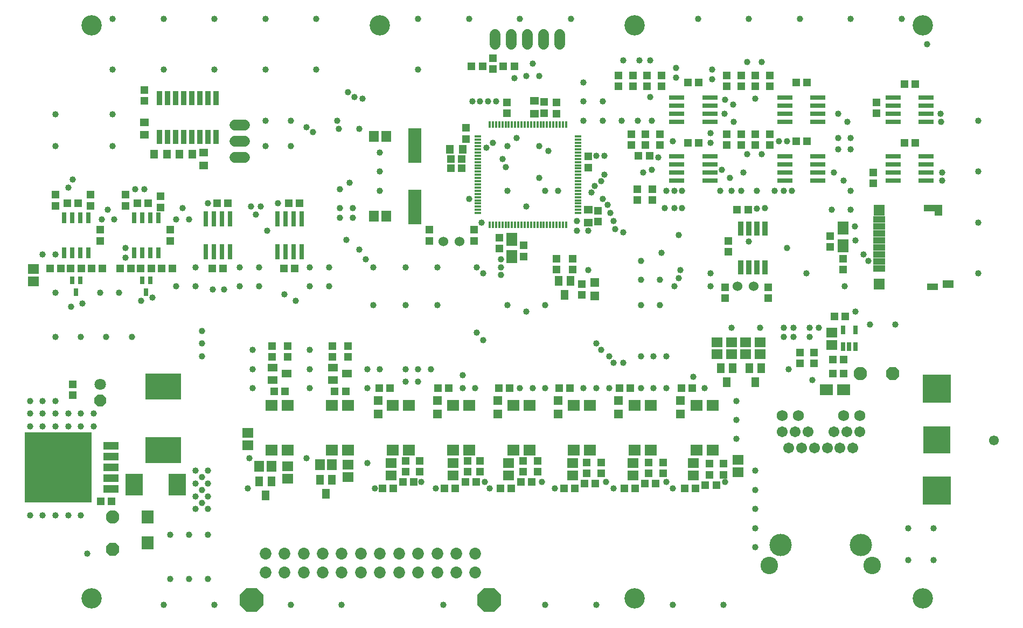
<source format=gts>
G75*
%MOIN*%
%OFA0B0*%
%FSLAX25Y25*%
%IPPOS*%
%LPD*%
%AMOC8*
5,1,8,0,0,1.08239X$1,22.5*
%
%ADD10C,0.12611*%
%ADD11C,0.06800*%
%ADD12R,0.04934X0.05052*%
%ADD13R,0.08400X0.21800*%
%ADD14R,0.05918X0.06706*%
%ADD15R,0.03986X0.01575*%
%ADD16R,0.01575X0.03986*%
%ADD17R,0.04737X0.05131*%
%ADD18R,0.05131X0.04737*%
%ADD19C,0.06000*%
%ADD20R,0.05052X0.04934*%
%ADD21R,0.06706X0.08477*%
%ADD22R,0.04737X0.05524*%
%ADD23R,0.05524X0.04737*%
%ADD24R,0.07099X0.05918*%
%ADD25R,0.07808X0.06902*%
%ADD26R,0.07690X0.03871*%
%ADD27R,0.07099X0.07099*%
%ADD28R,0.06706X0.03950*%
%ADD29R,0.04737X0.06902*%
%ADD30R,0.06902X0.04737*%
%ADD31R,0.10643X0.13792*%
%ADD32R,0.41784X0.43320*%
%ADD33R,0.09300X0.05000*%
%ADD34R,0.07493X0.07887*%
%ADD35R,0.22454X0.15957*%
%ADD36OC8,0.07100*%
%ADD37C,0.07100*%
%ADD38C,0.08300*%
%ADD39OC8,0.08300*%
%ADD40R,0.03162X0.05524*%
%ADD41C,0.06737*%
%ADD42C,0.06883*%
%ADD43C,0.13792*%
%ADD44C,0.10839*%
%ADD45R,0.08477X0.06706*%
%ADD46R,0.06706X0.05918*%
%ADD47R,0.04737X0.06312*%
%ADD48R,0.03400X0.08800*%
%ADD49R,0.03162X0.06706*%
%ADD50R,0.02769X0.04737*%
%ADD51R,0.05918X0.07099*%
%ADD52R,0.06312X0.04737*%
%ADD53R,0.09461X0.03162*%
%ADD54R,0.03162X0.09461*%
%ADD55C,0.07296*%
%ADD56OC8,0.14643*%
%ADD57R,0.05524X0.05524*%
%ADD58R,0.17335X0.17335*%
%ADD59R,0.16548X0.16548*%
%ADD60C,0.03975*%
%ADD61C,0.06115*%
D10*
X0055892Y0021285D03*
X0392112Y0021285D03*
X0570459Y0021285D03*
X0570459Y0375616D03*
X0392112Y0375616D03*
X0234238Y0375616D03*
X0055892Y0375616D03*
D11*
X0144821Y0313765D02*
X0150821Y0313765D01*
X0150821Y0303765D02*
X0144821Y0303765D01*
X0144821Y0293765D02*
X0150821Y0293765D01*
X0305774Y0363836D02*
X0305774Y0369836D01*
X0315774Y0369836D02*
X0315774Y0363836D01*
X0325774Y0363836D02*
X0325774Y0369836D01*
X0335774Y0369836D02*
X0335774Y0363836D01*
X0345774Y0363836D02*
X0345774Y0369836D01*
D12*
X0297919Y0350025D03*
X0291030Y0350025D03*
X0285124Y0292939D03*
X0285124Y0287033D03*
X0278234Y0287033D03*
X0278234Y0292939D03*
X0184730Y0265380D03*
X0177841Y0265380D03*
X0140439Y0265380D03*
X0133549Y0265380D03*
D13*
X0256089Y0263112D03*
X0256089Y0301112D03*
D14*
X0238175Y0306718D03*
X0230695Y0306718D03*
X0230695Y0257506D03*
X0238175Y0257506D03*
D15*
X0295041Y0259474D03*
X0295041Y0261443D03*
X0295041Y0263411D03*
X0295041Y0265380D03*
X0295041Y0267348D03*
X0295041Y0269317D03*
X0295041Y0271285D03*
X0295041Y0273254D03*
X0295041Y0275222D03*
X0295041Y0277191D03*
X0295041Y0279159D03*
X0295041Y0281128D03*
X0295041Y0283096D03*
X0295041Y0285065D03*
X0295041Y0287033D03*
X0295041Y0289002D03*
X0295041Y0290970D03*
X0295041Y0292939D03*
X0295041Y0294907D03*
X0295041Y0296876D03*
X0295041Y0298844D03*
X0295041Y0300813D03*
X0295041Y0302781D03*
X0295041Y0304750D03*
X0295041Y0306718D03*
X0356901Y0306718D03*
X0356901Y0304750D03*
X0356901Y0302781D03*
X0356901Y0300813D03*
X0356901Y0298844D03*
X0356901Y0296876D03*
X0356901Y0294907D03*
X0356901Y0292939D03*
X0356901Y0290970D03*
X0356901Y0289002D03*
X0356901Y0287033D03*
X0356901Y0285065D03*
X0356901Y0283096D03*
X0356901Y0281128D03*
X0356901Y0279159D03*
X0356901Y0277191D03*
X0356901Y0275222D03*
X0356901Y0273254D03*
X0356901Y0271285D03*
X0356901Y0269317D03*
X0356901Y0267348D03*
X0356901Y0265380D03*
X0356901Y0263411D03*
X0356901Y0261443D03*
X0356901Y0259474D03*
D16*
X0349593Y0252166D03*
X0347624Y0252166D03*
X0345656Y0252166D03*
X0343687Y0252166D03*
X0341719Y0252166D03*
X0339750Y0252166D03*
X0337782Y0252166D03*
X0335813Y0252166D03*
X0333845Y0252166D03*
X0331876Y0252166D03*
X0329908Y0252166D03*
X0327939Y0252166D03*
X0325971Y0252166D03*
X0324002Y0252166D03*
X0322034Y0252166D03*
X0320065Y0252166D03*
X0318097Y0252166D03*
X0316128Y0252166D03*
X0314160Y0252166D03*
X0312191Y0252166D03*
X0310223Y0252166D03*
X0308254Y0252166D03*
X0306286Y0252166D03*
X0304317Y0252166D03*
X0302349Y0252166D03*
X0302349Y0314026D03*
X0304317Y0314026D03*
X0306286Y0314026D03*
X0308254Y0314026D03*
X0310223Y0314026D03*
X0312191Y0314026D03*
X0314160Y0314026D03*
X0316128Y0314026D03*
X0318097Y0314026D03*
X0320065Y0314026D03*
X0322034Y0314026D03*
X0324002Y0314026D03*
X0325971Y0314026D03*
X0327939Y0314026D03*
X0329908Y0314026D03*
X0331876Y0314026D03*
X0333845Y0314026D03*
X0335813Y0314026D03*
X0337782Y0314026D03*
X0339750Y0314026D03*
X0341719Y0314026D03*
X0343687Y0314026D03*
X0345656Y0314026D03*
X0347624Y0314026D03*
X0349593Y0314026D03*
D17*
X0394475Y0294907D03*
X0401167Y0294907D03*
X0455498Y0261443D03*
X0462191Y0261443D03*
X0512979Y0245104D03*
X0512979Y0238411D03*
X0474593Y0213608D03*
X0474593Y0206915D03*
X0448018Y0206915D03*
X0448018Y0213608D03*
X0515538Y0195498D03*
X0522230Y0195498D03*
X0427742Y0151206D03*
X0421049Y0151206D03*
X0389356Y0151206D03*
X0382664Y0151206D03*
X0351955Y0151206D03*
X0345262Y0151206D03*
X0314553Y0151206D03*
X0307860Y0151206D03*
X0277152Y0151206D03*
X0270459Y0151206D03*
X0240734Y0151206D03*
X0234041Y0151206D03*
X0213175Y0149238D03*
X0206482Y0149238D03*
X0175774Y0149238D03*
X0169081Y0149238D03*
X0236010Y0089198D03*
X0242703Y0089198D03*
X0248805Y0093135D03*
X0255498Y0093135D03*
X0274396Y0089198D03*
X0281089Y0089198D03*
X0287191Y0093135D03*
X0293884Y0093135D03*
X0308845Y0089198D03*
X0315538Y0089198D03*
X0321640Y0093135D03*
X0328333Y0093135D03*
X0348215Y0089198D03*
X0354908Y0089198D03*
X0361010Y0092151D03*
X0367703Y0092151D03*
X0385616Y0089198D03*
X0392309Y0089198D03*
X0398412Y0092151D03*
X0405104Y0092151D03*
X0423018Y0089198D03*
X0429711Y0089198D03*
X0435813Y0091167D03*
X0442506Y0091167D03*
X0308254Y0237427D03*
X0308254Y0244120D03*
X0292506Y0242348D03*
X0292506Y0249041D03*
X0264947Y0249041D03*
X0264947Y0242348D03*
X0181679Y0225025D03*
X0174986Y0225025D03*
X0137388Y0225025D03*
X0130695Y0225025D03*
X0105892Y0225025D03*
X0099199Y0225025D03*
X0093097Y0225025D03*
X0086404Y0225025D03*
X0080301Y0225025D03*
X0073608Y0225025D03*
X0062585Y0225025D03*
X0055892Y0225025D03*
X0049790Y0225025D03*
X0043097Y0225025D03*
X0036994Y0225025D03*
X0030301Y0225025D03*
X0061207Y0242348D03*
X0061207Y0249041D03*
X0047821Y0265380D03*
X0041128Y0265380D03*
X0084435Y0265380D03*
X0091128Y0265380D03*
X0104514Y0249041D03*
X0104514Y0242348D03*
X0088766Y0328962D03*
X0088766Y0335655D03*
X0310813Y0350025D03*
X0317506Y0350025D03*
X0044475Y0153569D03*
X0044475Y0146876D03*
D18*
X0061797Y0081324D03*
X0068490Y0081324D03*
X0167506Y0170498D03*
X0177349Y0170498D03*
X0177349Y0177191D03*
X0167506Y0177191D03*
X0204908Y0177191D03*
X0214750Y0177191D03*
X0214750Y0170498D03*
X0204908Y0170498D03*
X0250183Y0106324D03*
X0259041Y0106324D03*
X0259041Y0099631D03*
X0250183Y0099631D03*
X0288569Y0099631D03*
X0296443Y0099631D03*
X0296443Y0106324D03*
X0288569Y0106324D03*
X0323018Y0106324D03*
X0323018Y0099631D03*
X0331876Y0099631D03*
X0331876Y0106324D03*
X0362388Y0105340D03*
X0371246Y0105340D03*
X0371246Y0098647D03*
X0362388Y0098647D03*
X0400774Y0098647D03*
X0409632Y0098647D03*
X0409632Y0105340D03*
X0400774Y0105340D03*
X0438175Y0104356D03*
X0438175Y0097663D03*
X0447034Y0097663D03*
X0447034Y0104356D03*
X0514553Y0160065D03*
X0521246Y0160065D03*
X0521246Y0168923D03*
X0514553Y0168923D03*
X0503136Y0166561D03*
X0503136Y0173254D03*
X0494278Y0173254D03*
X0494278Y0166561D03*
X0520853Y0224631D03*
X0520853Y0231324D03*
X0539553Y0277781D03*
X0539553Y0284474D03*
X0558845Y0302781D03*
X0565538Y0302781D03*
X0541522Y0321088D03*
X0541522Y0327781D03*
X0558845Y0339198D03*
X0565538Y0339198D03*
X0498608Y0340183D03*
X0491916Y0340183D03*
X0475577Y0337820D03*
X0466719Y0337820D03*
X0457860Y0337820D03*
X0457860Y0344513D03*
X0466719Y0344513D03*
X0475577Y0344513D03*
X0449002Y0344513D03*
X0449002Y0337820D03*
X0431679Y0340183D03*
X0424986Y0340183D03*
X0408648Y0337820D03*
X0408648Y0344513D03*
X0399790Y0344513D03*
X0390931Y0344513D03*
X0382073Y0344513D03*
X0382073Y0337820D03*
X0390931Y0337820D03*
X0399790Y0337820D03*
X0398805Y0308096D03*
X0398805Y0301403D03*
X0389947Y0301403D03*
X0389947Y0308096D03*
X0407664Y0308096D03*
X0407664Y0301403D03*
X0424986Y0302781D03*
X0431679Y0302781D03*
X0449002Y0301403D03*
X0449002Y0308096D03*
X0457860Y0308096D03*
X0457860Y0301403D03*
X0466719Y0301403D03*
X0466719Y0308096D03*
X0475577Y0308096D03*
X0475577Y0301403D03*
X0491916Y0303765D03*
X0498608Y0303765D03*
X0402939Y0274317D03*
X0402939Y0267624D03*
X0393766Y0267624D03*
X0393766Y0274317D03*
X0353530Y0231324D03*
X0353530Y0224631D03*
X0343687Y0224631D03*
X0343687Y0231324D03*
X0359435Y0215576D03*
X0359435Y0208883D03*
X0287585Y0305340D03*
X0287585Y0312033D03*
X0304317Y0348647D03*
X0304317Y0355340D03*
X0098608Y0269710D03*
X0098608Y0263017D03*
X0076955Y0264002D03*
X0076955Y0270694D03*
X0055301Y0270694D03*
X0055301Y0264002D03*
X0033648Y0264002D03*
X0033648Y0270694D03*
D19*
X0273727Y0241757D03*
X0283727Y0241757D03*
X0455813Y0214198D03*
X0465813Y0214198D03*
D20*
X0449986Y0235360D03*
X0449986Y0242250D03*
X0369278Y0254061D03*
X0369278Y0260950D03*
X0363372Y0287525D03*
X0363372Y0294415D03*
X0343687Y0320990D03*
X0343687Y0327880D03*
X0335971Y0328037D03*
X0335971Y0321147D03*
X0313018Y0321069D03*
X0313018Y0327958D03*
X0323175Y0239494D03*
X0323175Y0232604D03*
D21*
X0316128Y0232407D03*
X0316128Y0243234D03*
X0520853Y0239297D03*
X0520853Y0250124D03*
D22*
X0285616Y0298844D03*
X0277742Y0298844D03*
X0118293Y0295891D03*
X0110419Y0295891D03*
X0102545Y0295891D03*
X0094671Y0295891D03*
D23*
X0088766Y0307702D03*
X0088766Y0315576D03*
X0125183Y0296876D03*
X0125183Y0289002D03*
X0330026Y0320931D03*
X0330026Y0328805D03*
X0363372Y0261443D03*
X0363372Y0253569D03*
D24*
X0455892Y0106718D03*
X0455892Y0099238D03*
X0428333Y0097269D03*
X0428333Y0104750D03*
X0390931Y0104750D03*
X0390931Y0097269D03*
X0353530Y0097269D03*
X0353530Y0104750D03*
X0314160Y0104750D03*
X0314160Y0097269D03*
X0279711Y0097269D03*
X0279711Y0104750D03*
X0241325Y0104750D03*
X0241325Y0097269D03*
X0214750Y0096285D03*
X0214750Y0103765D03*
X0177349Y0102781D03*
X0177349Y0095301D03*
X0152742Y0115970D03*
X0152742Y0123450D03*
D25*
X0167427Y0112820D03*
X0177427Y0112820D03*
X0204829Y0112820D03*
X0214829Y0112820D03*
X0242230Y0112820D03*
X0252230Y0112820D03*
X0279632Y0112820D03*
X0289632Y0112820D03*
X0317034Y0112820D03*
X0327034Y0112820D03*
X0354435Y0112820D03*
X0364435Y0112820D03*
X0391837Y0112820D03*
X0401837Y0112820D03*
X0430223Y0112820D03*
X0440223Y0112820D03*
X0440223Y0140380D03*
X0430223Y0140380D03*
X0401837Y0140380D03*
X0391837Y0140380D03*
X0364435Y0140380D03*
X0354435Y0140380D03*
X0327034Y0140380D03*
X0317034Y0140380D03*
X0289632Y0140380D03*
X0279632Y0140380D03*
X0252230Y0140380D03*
X0242230Y0140380D03*
X0214829Y0140380D03*
X0204829Y0140380D03*
X0177427Y0140380D03*
X0167427Y0140380D03*
D26*
X0543490Y0225222D03*
X0543490Y0229553D03*
X0543490Y0233883D03*
X0543490Y0238214D03*
X0543490Y0242545D03*
X0543490Y0246876D03*
X0543490Y0251206D03*
X0543490Y0255537D03*
D27*
X0543490Y0261049D03*
X0543490Y0215380D03*
D28*
X0576167Y0213805D03*
X0574199Y0262624D03*
D29*
X0580104Y0261049D03*
D30*
X0586010Y0215380D03*
D31*
X0109160Y0091443D03*
X0082388Y0091443D03*
D32*
X0035301Y0102191D03*
D33*
X0068101Y0102191D03*
X0068101Y0108891D03*
X0068101Y0115591D03*
X0068101Y0095491D03*
X0068101Y0088791D03*
D34*
X0090734Y0071679D03*
X0090734Y0055537D03*
D35*
X0100301Y0112998D03*
X0100301Y0152171D03*
D36*
X0061246Y0143608D03*
D37*
X0061246Y0153608D03*
D38*
X0069081Y0071639D03*
X0531522Y0160104D03*
D39*
X0551522Y0160104D03*
X0069081Y0051639D03*
D40*
X0521049Y0176797D03*
X0524790Y0176797D03*
X0528530Y0176797D03*
X0528530Y0187033D03*
X0521049Y0187033D03*
D41*
X0523175Y0124198D03*
X0515183Y0124198D03*
X0531167Y0124198D03*
X0527152Y0114198D03*
X0519160Y0114198D03*
X0511167Y0114198D03*
X0503175Y0114198D03*
X0495183Y0114198D03*
X0487191Y0114198D03*
X0483215Y0124198D03*
X0491207Y0124198D03*
X0499199Y0124198D03*
D42*
X0493215Y0134198D03*
X0483215Y0134198D03*
X0521167Y0134198D03*
X0531167Y0134198D03*
D43*
X0532152Y0054198D03*
X0482191Y0054198D03*
D44*
X0475439Y0041679D03*
X0538904Y0041679D03*
D45*
X0521345Y0150222D03*
X0510518Y0150222D03*
D46*
X0513963Y0177978D03*
X0513963Y0185458D03*
X0469671Y0179553D03*
X0469671Y0172072D03*
X0460813Y0172072D03*
X0460813Y0179553D03*
X0451955Y0179553D03*
X0451955Y0172072D03*
X0443097Y0172072D03*
X0443097Y0179553D03*
X0019868Y0217348D03*
X0019868Y0224828D03*
D47*
X0159829Y0093529D03*
X0167309Y0093529D03*
X0163569Y0084868D03*
X0197230Y0094513D03*
X0204711Y0094513D03*
X0200971Y0085852D03*
X0348608Y0208883D03*
X0344868Y0217545D03*
X0352349Y0217545D03*
X0445262Y0163411D03*
X0452742Y0163411D03*
X0462979Y0163411D03*
X0470459Y0163411D03*
X0466719Y0154750D03*
X0449002Y0154750D03*
D48*
X0457782Y0225720D03*
X0462782Y0225720D03*
X0467782Y0225720D03*
X0472782Y0225720D03*
X0472782Y0249920D03*
X0467782Y0249920D03*
X0462782Y0249920D03*
X0457782Y0249920D03*
X0132841Y0306429D03*
X0127841Y0306429D03*
X0122841Y0306429D03*
X0117841Y0306429D03*
X0112841Y0306429D03*
X0107841Y0306429D03*
X0102841Y0306429D03*
X0097841Y0306429D03*
X0097841Y0330629D03*
X0102841Y0330629D03*
X0107841Y0330629D03*
X0112841Y0330629D03*
X0117841Y0330629D03*
X0122841Y0330629D03*
X0127841Y0330629D03*
X0132841Y0330629D03*
D49*
X0097250Y0256521D03*
X0092250Y0256521D03*
X0087250Y0256521D03*
X0082250Y0256521D03*
X0082250Y0234868D03*
X0087250Y0234868D03*
X0092250Y0234868D03*
X0097250Y0234868D03*
X0053943Y0234868D03*
X0048943Y0234868D03*
X0043943Y0234868D03*
X0038943Y0234868D03*
X0038943Y0256521D03*
X0043943Y0256521D03*
X0048943Y0256521D03*
X0053943Y0256521D03*
D50*
X0049002Y0217742D03*
X0043884Y0217742D03*
X0046443Y0210655D03*
X0087191Y0217742D03*
X0092309Y0217742D03*
X0089750Y0210655D03*
D51*
X0159829Y0102978D03*
X0167309Y0102978D03*
X0197230Y0103962D03*
X0204711Y0103962D03*
D52*
X0205498Y0156324D03*
X0214160Y0160065D03*
X0205498Y0163805D03*
X0176758Y0160065D03*
X0168097Y0163805D03*
X0168097Y0156324D03*
D53*
X0418097Y0279533D03*
X0418097Y0284533D03*
X0418097Y0289533D03*
X0418097Y0294533D03*
X0438569Y0294533D03*
X0438569Y0289533D03*
X0438569Y0284533D03*
X0438569Y0279533D03*
X0485026Y0279533D03*
X0485026Y0284533D03*
X0485026Y0289533D03*
X0485026Y0294533D03*
X0505498Y0294533D03*
X0505498Y0289533D03*
X0505498Y0284533D03*
X0505498Y0279533D03*
X0551955Y0279533D03*
X0551955Y0284533D03*
X0551955Y0289533D03*
X0551955Y0294533D03*
X0572427Y0294533D03*
X0572427Y0289533D03*
X0572427Y0284533D03*
X0572427Y0279533D03*
X0572427Y0315950D03*
X0572427Y0320950D03*
X0572427Y0325950D03*
X0572427Y0330950D03*
X0551955Y0330950D03*
X0551955Y0325950D03*
X0551955Y0320950D03*
X0551955Y0315950D03*
X0505498Y0315950D03*
X0505498Y0320950D03*
X0505498Y0325950D03*
X0505498Y0330950D03*
X0485026Y0330950D03*
X0485026Y0325950D03*
X0485026Y0320950D03*
X0485026Y0315950D03*
X0438569Y0315950D03*
X0438569Y0320950D03*
X0438569Y0325950D03*
X0438569Y0330950D03*
X0418097Y0330950D03*
X0418097Y0325950D03*
X0418097Y0320950D03*
X0418097Y0315950D03*
D54*
X0185833Y0255931D03*
X0180833Y0255931D03*
X0175833Y0255931D03*
X0170833Y0255931D03*
X0170833Y0235458D03*
X0175833Y0235458D03*
X0180833Y0235458D03*
X0185833Y0235458D03*
X0141541Y0235458D03*
X0136541Y0235458D03*
X0131541Y0235458D03*
X0126541Y0235458D03*
X0126541Y0255931D03*
X0131541Y0255931D03*
X0136541Y0255931D03*
X0141541Y0255931D03*
D55*
X0163569Y0048844D03*
X0175380Y0048844D03*
X0187191Y0048844D03*
X0199002Y0048844D03*
X0210813Y0048844D03*
X0222624Y0048844D03*
X0234435Y0048844D03*
X0246246Y0048844D03*
X0258057Y0048844D03*
X0269868Y0048844D03*
X0281679Y0048844D03*
X0293490Y0048844D03*
X0293490Y0037033D03*
X0281679Y0037033D03*
X0269868Y0037033D03*
X0258057Y0037033D03*
X0246246Y0037033D03*
X0234435Y0037033D03*
X0222624Y0037033D03*
X0210813Y0037033D03*
X0199002Y0037033D03*
X0187191Y0037033D03*
X0175380Y0037033D03*
X0163569Y0037033D03*
D56*
X0155065Y0020025D03*
X0301994Y0020025D03*
D57*
X0307270Y0135261D03*
X0307270Y0143529D03*
X0344671Y0143529D03*
X0344671Y0135261D03*
X0382073Y0135261D03*
X0382073Y0143529D03*
X0420459Y0143529D03*
X0420459Y0135261D03*
X0367309Y0208096D03*
X0367309Y0216364D03*
X0269868Y0143529D03*
X0269868Y0135261D03*
X0233451Y0135261D03*
X0233451Y0143529D03*
D58*
X0578923Y0150694D03*
X0578923Y0087702D03*
D59*
X0578923Y0119198D03*
D60*
X0576955Y0064592D03*
X0561207Y0064592D03*
X0561207Y0044907D03*
X0576955Y0044907D03*
X0466719Y0052781D03*
X0466719Y0064592D03*
X0466719Y0076403D03*
X0466719Y0088214D03*
X0466719Y0100025D03*
X0448018Y0093135D03*
X0415538Y0089198D03*
X0411601Y0093135D03*
X0379120Y0089198D03*
X0374199Y0093135D03*
X0342703Y0089198D03*
X0334829Y0093135D03*
X0302349Y0089198D03*
X0299396Y0093135D03*
X0268884Y0089198D03*
X0260026Y0093135D03*
X0231482Y0089198D03*
X0226561Y0104946D03*
X0189160Y0107899D03*
X0153727Y0107899D03*
X0152742Y0089198D03*
X0128136Y0092151D03*
X0124199Y0088214D03*
X0128136Y0084277D03*
X0124199Y0080340D03*
X0128136Y0076403D03*
X0120262Y0076403D03*
X0120262Y0084277D03*
X0120262Y0092151D03*
X0124199Y0096088D03*
X0128136Y0100025D03*
X0120262Y0100025D03*
X0116325Y0060655D03*
X0128136Y0060655D03*
X0104514Y0060655D03*
X0104514Y0033096D03*
X0116325Y0033096D03*
X0128136Y0033096D03*
X0132073Y0017348D03*
X0100577Y0017348D03*
X0053333Y0048844D03*
X0049396Y0072466D03*
X0041522Y0072466D03*
X0033648Y0072466D03*
X0025774Y0072466D03*
X0017900Y0072466D03*
X0017900Y0127584D03*
X0025774Y0127584D03*
X0033648Y0127584D03*
X0041522Y0127584D03*
X0049396Y0127584D03*
X0057270Y0127584D03*
X0057270Y0135458D03*
X0049396Y0135458D03*
X0041522Y0135458D03*
X0033648Y0135458D03*
X0025774Y0135458D03*
X0017900Y0135458D03*
X0017900Y0143332D03*
X0025774Y0143332D03*
X0033648Y0143332D03*
X0033648Y0182702D03*
X0049396Y0182702D03*
X0065144Y0182702D03*
X0080892Y0182702D03*
X0086797Y0205340D03*
X0093687Y0207309D03*
X0108451Y0214198D03*
X0120262Y0214198D03*
X0131089Y0212230D03*
X0137979Y0212230D03*
X0147821Y0214198D03*
X0159632Y0214198D03*
X0175380Y0209277D03*
X0182270Y0205340D03*
X0191128Y0214198D03*
X0202939Y0214198D03*
X0202939Y0226009D03*
X0191128Y0226009D03*
X0213766Y0242742D03*
X0221640Y0236836D03*
X0225577Y0230931D03*
X0230498Y0226009D03*
X0250183Y0226009D03*
X0269868Y0226009D03*
X0294475Y0226009D03*
X0298412Y0222072D03*
X0309238Y0221088D03*
X0309238Y0226009D03*
X0309238Y0230931D03*
X0297427Y0253569D03*
X0289553Y0268332D03*
X0313175Y0273254D03*
X0324986Y0263411D03*
X0336797Y0273254D03*
X0344671Y0273254D03*
X0332860Y0281128D03*
X0312191Y0288017D03*
X0310223Y0292939D03*
X0300380Y0299828D03*
X0304317Y0302781D03*
X0313175Y0300813D03*
X0319081Y0305734D03*
X0332860Y0300813D03*
X0338766Y0297860D03*
X0360419Y0316561D03*
X0360419Y0328372D03*
X0372230Y0328372D03*
X0372230Y0316561D03*
X0384041Y0316561D03*
X0393884Y0316561D03*
X0402742Y0316561D03*
X0401758Y0331324D03*
X0417506Y0343135D03*
X0417506Y0349041D03*
X0401758Y0353962D03*
X0394868Y0353962D03*
X0385026Y0353962D03*
X0360419Y0340183D03*
X0332860Y0344120D03*
X0324986Y0344120D03*
X0317506Y0342742D03*
X0328923Y0351994D03*
X0306286Y0328372D03*
X0301364Y0328372D03*
X0296443Y0328372D03*
X0291522Y0328372D03*
X0258057Y0348057D03*
X0223608Y0330340D03*
X0218687Y0331324D03*
X0214750Y0334277D03*
X0195065Y0348057D03*
X0163569Y0348057D03*
X0132073Y0348057D03*
X0100577Y0348057D03*
X0069081Y0348057D03*
X0069081Y0320498D03*
X0069081Y0300813D03*
X0044475Y0280143D03*
X0041522Y0275222D03*
X0066128Y0261443D03*
X0062191Y0255537D03*
X0070065Y0255537D03*
X0076955Y0237820D03*
X0076955Y0231915D03*
X0073018Y0210261D03*
X0061207Y0210261D03*
X0050380Y0203372D03*
X0043490Y0201403D03*
X0033648Y0210261D03*
X0033648Y0233883D03*
X0025774Y0233883D03*
X0082860Y0274238D03*
X0088766Y0274238D03*
X0112388Y0262427D03*
X0116325Y0255537D03*
X0108451Y0255537D03*
X0128136Y0265380D03*
X0154711Y0263411D03*
X0157664Y0258490D03*
X0160616Y0263411D03*
X0171443Y0265380D03*
X0164553Y0248647D03*
X0159632Y0226009D03*
X0147821Y0226009D03*
X0120262Y0226009D03*
X0124199Y0186639D03*
X0124199Y0178765D03*
X0124199Y0170891D03*
X0155695Y0174828D03*
X0155695Y0163017D03*
X0155695Y0151206D03*
X0191128Y0151206D03*
X0191128Y0163017D03*
X0191128Y0174828D03*
X0226561Y0163017D03*
X0234435Y0163017D03*
X0226561Y0151206D03*
X0250183Y0155143D03*
X0258057Y0155143D03*
X0258057Y0163017D03*
X0250183Y0163017D03*
X0265931Y0163017D03*
X0285616Y0159080D03*
X0285616Y0151206D03*
X0293490Y0151206D03*
X0321049Y0151206D03*
X0328923Y0151206D03*
X0336797Y0151206D03*
X0360419Y0151206D03*
X0368293Y0151206D03*
X0376167Y0151206D03*
X0379120Y0166954D03*
X0376167Y0170891D03*
X0371246Y0174828D03*
X0368293Y0178765D03*
X0385026Y0166954D03*
X0395853Y0170891D03*
X0403727Y0170891D03*
X0411601Y0170891D03*
X0428333Y0158096D03*
X0435223Y0151206D03*
X0454908Y0143332D03*
X0454908Y0131521D03*
X0454908Y0119710D03*
X0411601Y0151206D03*
X0403727Y0151206D03*
X0395853Y0151206D03*
X0451955Y0188608D03*
X0469671Y0188608D03*
X0484435Y0188608D03*
X0484435Y0182702D03*
X0490341Y0182702D03*
X0490341Y0188608D03*
X0500183Y0188608D03*
X0500183Y0182702D03*
X0506089Y0188608D03*
X0528727Y0198450D03*
X0537585Y0190576D03*
X0553333Y0190576D03*
X0521837Y0214198D03*
X0536601Y0229946D03*
X0533648Y0233883D03*
X0528530Y0242545D03*
X0528333Y0251206D03*
X0525774Y0261443D03*
X0513963Y0261443D03*
X0525774Y0273254D03*
X0521227Y0279533D03*
X0515479Y0284533D03*
X0517900Y0298844D03*
X0525774Y0298844D03*
X0525774Y0305734D03*
X0517900Y0305734D03*
X0523805Y0315950D03*
X0517900Y0320950D03*
X0486404Y0303765D03*
X0481482Y0303765D03*
X0470656Y0295891D03*
X0461797Y0295891D03*
X0459376Y0284533D03*
X0450971Y0281128D03*
X0446049Y0286049D03*
X0445065Y0273254D03*
X0451955Y0273254D03*
X0457860Y0273254D03*
X0467782Y0273175D03*
X0478530Y0273254D03*
X0484435Y0273254D03*
X0489356Y0273254D03*
X0472782Y0262584D03*
X0467782Y0262348D03*
X0462782Y0241757D03*
X0486404Y0237820D03*
X0498215Y0222072D03*
X0439160Y0222072D03*
X0439160Y0214198D03*
X0419475Y0219120D03*
X0420459Y0224041D03*
X0416522Y0214198D03*
X0407664Y0218135D03*
X0395853Y0218135D03*
X0395853Y0229946D03*
X0408648Y0234868D03*
X0419475Y0245694D03*
X0421443Y0262427D03*
X0416522Y0262427D03*
X0410616Y0262427D03*
X0411601Y0273254D03*
X0416522Y0273254D03*
X0421443Y0273254D03*
X0402742Y0286049D03*
X0397329Y0284572D03*
X0406679Y0293923D03*
X0415538Y0303765D03*
X0439160Y0302781D03*
X0439160Y0308687D03*
X0453313Y0315950D03*
X0447565Y0320950D03*
X0452939Y0326403D03*
X0448018Y0329356D03*
X0440144Y0342151D03*
X0440144Y0348057D03*
X0461797Y0352978D03*
X0470656Y0352978D03*
X0466719Y0330340D03*
X0462782Y0379553D03*
X0494278Y0379553D03*
X0525774Y0379553D03*
X0557270Y0379553D03*
X0573018Y0363805D03*
X0581423Y0320950D03*
X0581502Y0315950D03*
X0604514Y0316561D03*
X0604514Y0285065D03*
X0582329Y0284533D03*
X0582250Y0279533D03*
X0604514Y0253569D03*
X0604514Y0222072D03*
X0502152Y0156128D03*
X0487388Y0163017D03*
X0407664Y0202387D03*
X0395853Y0202387D03*
X0363372Y0224041D03*
X0336797Y0202387D03*
X0324986Y0198450D03*
X0313175Y0202387D03*
X0294475Y0185655D03*
X0298412Y0180734D03*
X0269868Y0202387D03*
X0250183Y0202387D03*
X0230498Y0202387D03*
X0217703Y0256521D03*
X0217703Y0262427D03*
X0209829Y0262427D03*
X0209829Y0256521D03*
X0209829Y0274238D03*
X0215734Y0278175D03*
X0234435Y0273254D03*
X0234435Y0285065D03*
X0234435Y0296876D03*
X0221640Y0311639D03*
X0208845Y0311639D03*
X0207860Y0316561D03*
X0193097Y0309671D03*
X0189160Y0312624D03*
X0179317Y0316561D03*
X0163569Y0316561D03*
X0163569Y0300813D03*
X0179317Y0300813D03*
X0163569Y0379553D03*
X0132073Y0379553D03*
X0100577Y0379553D03*
X0069081Y0379553D03*
X0033648Y0320498D03*
X0033648Y0300813D03*
X0195065Y0379553D03*
X0258057Y0379553D03*
X0289553Y0379553D03*
X0321049Y0379553D03*
X0352545Y0379553D03*
X0431286Y0379553D03*
X0373215Y0294907D03*
X0368293Y0294907D03*
X0373215Y0283096D03*
X0371246Y0279159D03*
X0367309Y0276206D03*
X0365341Y0272269D03*
X0372230Y0268332D03*
X0375183Y0264395D03*
X0377152Y0259474D03*
X0379120Y0254553D03*
X0380104Y0249631D03*
X0385026Y0247663D03*
X0363372Y0248647D03*
X0356482Y0248647D03*
X0356482Y0254553D03*
X0368293Y0017348D03*
X0336797Y0017348D03*
X0273805Y0017348D03*
X0210813Y0017348D03*
X0179317Y0017348D03*
X0415538Y0017348D03*
X0447034Y0017348D03*
D61*
X0614356Y0118726D03*
M02*

</source>
